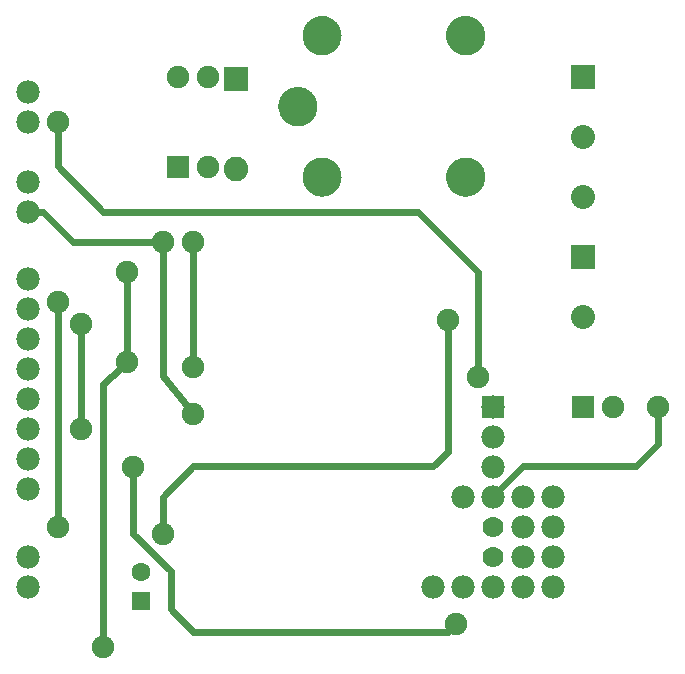
<source format=gtl>
G04 MADE WITH FRITZING*
G04 WWW.FRITZING.ORG*
G04 DOUBLE SIDED*
G04 HOLES PLATED*
G04 CONTOUR ON CENTER OF CONTOUR VECTOR*
%ASAXBY*%
%FSLAX23Y23*%
%MOIN*%
%OFA0B0*%
%SFA1.0B1.0*%
%ADD10C,0.070000*%
%ADD11C,0.129921*%
%ADD12C,0.082000*%
%ADD13C,0.062992*%
%ADD14C,0.080000*%
%ADD15C,0.075433*%
%ADD16C,0.075000*%
%ADD17C,0.078000*%
%ADD18R,0.082000X0.082000*%
%ADD19R,0.062992X0.062992*%
%ADD20R,0.080000X0.080000*%
%ADD21R,0.079986X0.080000*%
%ADD22R,0.075000X0.075000*%
%ADD23R,0.078000X0.078000*%
%ADD24C,0.024000*%
%ADD25R,0.001000X0.001000*%
%LNCOPPER1*%
G90*
G70*
G54D10*
X1732Y533D03*
X1732Y433D03*
G54D11*
X1082Y1933D03*
X1163Y2170D03*
X1641Y2170D03*
X1163Y1697D03*
X1641Y1697D03*
X1082Y1933D03*
X1163Y2170D03*
X1641Y2170D03*
X1163Y1697D03*
X1641Y1697D03*
G54D12*
X875Y2024D03*
X875Y1726D03*
G54D13*
X557Y285D03*
X557Y383D03*
G54D14*
X2032Y1833D03*
X2032Y1633D03*
X2032Y2033D03*
X2032Y1433D03*
X2032Y1233D03*
G54D15*
X357Y1208D03*
X357Y858D03*
X512Y1081D03*
X512Y1382D03*
X733Y909D03*
X632Y1483D03*
X282Y1283D03*
X282Y533D03*
X282Y1883D03*
X432Y133D03*
X1682Y1033D03*
X1581Y1221D03*
X632Y508D03*
X1607Y208D03*
X532Y733D03*
X733Y1066D03*
X732Y1483D03*
G54D16*
X2032Y933D03*
X2132Y933D03*
X2032Y933D03*
X2132Y933D03*
X682Y1733D03*
X682Y2033D03*
X782Y1733D03*
X782Y2033D03*
G54D17*
X182Y1358D03*
X182Y1258D03*
X182Y1158D03*
X182Y1058D03*
X182Y958D03*
X182Y858D03*
X182Y758D03*
X182Y658D03*
X182Y1583D03*
X182Y1583D03*
X182Y1683D03*
X182Y1883D03*
X182Y1983D03*
X182Y333D03*
X182Y433D03*
X1832Y533D03*
X1932Y533D03*
X1832Y533D03*
X1932Y533D03*
X1932Y433D03*
X1832Y433D03*
X1832Y533D03*
X1932Y533D03*
X1832Y533D03*
X1932Y533D03*
X1932Y433D03*
X1832Y433D03*
X1532Y333D03*
X1632Y333D03*
X1732Y333D03*
X1832Y333D03*
X1932Y333D03*
X1732Y933D03*
X1732Y833D03*
X1732Y733D03*
X1732Y933D03*
X1732Y833D03*
X1732Y733D03*
X1632Y633D03*
X1732Y633D03*
X1832Y633D03*
X1932Y633D03*
X1632Y633D03*
X1732Y633D03*
X1832Y633D03*
X1932Y633D03*
G54D15*
X2282Y933D03*
G54D18*
X875Y2025D03*
G54D19*
X557Y285D03*
G54D20*
X2032Y2033D03*
G54D21*
X2032Y1433D03*
G54D22*
X2032Y933D03*
X2032Y933D03*
X682Y1733D03*
G54D23*
X1732Y933D03*
X1732Y933D03*
G54D24*
X1531Y734D02*
X733Y734D01*
D02*
X632Y633D02*
X632Y537D01*
D02*
X1582Y783D02*
X1531Y734D01*
D02*
X733Y734D02*
X632Y633D01*
D02*
X1581Y1193D02*
X1582Y783D01*
D02*
X1683Y1383D02*
X1682Y1062D01*
D02*
X1482Y1583D02*
X1683Y1383D01*
D02*
X632Y1034D02*
X715Y932D01*
D02*
X432Y1009D02*
X432Y162D01*
D02*
X491Y1061D02*
X432Y1009D01*
D02*
X431Y1583D02*
X1482Y1583D01*
D02*
X282Y1734D02*
X431Y1583D01*
D02*
X282Y1855D02*
X282Y1734D01*
D02*
X632Y1455D02*
X632Y1034D01*
D02*
X231Y1583D02*
X212Y1583D01*
D02*
X331Y1483D02*
X231Y1583D01*
D02*
X603Y1483D02*
X331Y1483D01*
D02*
X512Y1353D02*
X512Y1109D01*
D02*
X357Y887D02*
X357Y1180D01*
D02*
X657Y258D02*
X657Y384D01*
D02*
X657Y384D02*
X532Y508D01*
D02*
X732Y183D02*
X657Y258D01*
D02*
X732Y1455D02*
X733Y1095D01*
D02*
X282Y562D02*
X282Y1255D01*
D02*
X532Y508D02*
X532Y705D01*
D02*
X1582Y183D02*
X732Y183D01*
D02*
X1587Y188D02*
X1582Y183D01*
D02*
X2207Y734D02*
X1832Y734D01*
D02*
X2282Y905D02*
X2283Y808D01*
D02*
X2283Y808D02*
X2207Y734D01*
D02*
X1832Y734D02*
X1753Y655D01*
G54D25*
X1153Y2234D02*
X1171Y2234D01*
X1631Y2234D02*
X1650Y2234D01*
X1148Y2233D02*
X1177Y2233D01*
X1626Y2233D02*
X1655Y2233D01*
X1144Y2232D02*
X1180Y2232D01*
X1622Y2232D02*
X1659Y2232D01*
X1141Y2231D02*
X1183Y2231D01*
X1619Y2231D02*
X1662Y2231D01*
X1138Y2230D02*
X1186Y2230D01*
X1616Y2230D02*
X1665Y2230D01*
X1136Y2229D02*
X1189Y2229D01*
X1614Y2229D02*
X1667Y2229D01*
X1134Y2228D02*
X1191Y2228D01*
X1612Y2228D02*
X1669Y2228D01*
X1132Y2227D02*
X1193Y2227D01*
X1610Y2227D02*
X1671Y2227D01*
X1130Y2226D02*
X1194Y2226D01*
X1608Y2226D02*
X1672Y2226D01*
X1129Y2225D02*
X1196Y2225D01*
X1607Y2225D02*
X1674Y2225D01*
X1127Y2224D02*
X1197Y2224D01*
X1605Y2224D02*
X1676Y2224D01*
X1125Y2223D02*
X1199Y2223D01*
X1604Y2223D02*
X1677Y2223D01*
X1124Y2222D02*
X1200Y2222D01*
X1602Y2222D02*
X1679Y2222D01*
X1123Y2221D02*
X1202Y2221D01*
X1601Y2221D02*
X1680Y2221D01*
X1121Y2220D02*
X1203Y2220D01*
X1600Y2220D02*
X1681Y2220D01*
X1120Y2219D02*
X1204Y2219D01*
X1599Y2219D02*
X1682Y2219D01*
X1119Y2218D02*
X1205Y2218D01*
X1597Y2218D02*
X1683Y2218D01*
X1118Y2217D02*
X1206Y2217D01*
X1596Y2217D02*
X1685Y2217D01*
X1117Y2216D02*
X1207Y2216D01*
X1595Y2216D02*
X1686Y2216D01*
X1116Y2215D02*
X1208Y2215D01*
X1594Y2215D02*
X1687Y2215D01*
X1115Y2214D02*
X1209Y2214D01*
X1593Y2214D02*
X1688Y2214D01*
X1114Y2213D02*
X1210Y2213D01*
X1593Y2213D02*
X1688Y2213D01*
X1113Y2212D02*
X1211Y2212D01*
X1592Y2212D02*
X1689Y2212D01*
X1112Y2211D02*
X1212Y2211D01*
X1591Y2211D02*
X1690Y2211D01*
X1112Y2210D02*
X1213Y2210D01*
X1590Y2210D02*
X1691Y2210D01*
X1111Y2209D02*
X1213Y2209D01*
X1589Y2209D02*
X1692Y2209D01*
X1110Y2208D02*
X1214Y2208D01*
X1589Y2208D02*
X1692Y2208D01*
X1110Y2207D02*
X1215Y2207D01*
X1588Y2207D02*
X1693Y2207D01*
X1109Y2206D02*
X1216Y2206D01*
X1587Y2206D02*
X1694Y2206D01*
X1108Y2205D02*
X1216Y2205D01*
X1586Y2205D02*
X1694Y2205D01*
X1108Y2204D02*
X1217Y2204D01*
X1586Y2204D02*
X1695Y2204D01*
X1107Y2203D02*
X1217Y2203D01*
X1585Y2203D02*
X1696Y2203D01*
X1106Y2202D02*
X1218Y2202D01*
X1585Y2202D02*
X1696Y2202D01*
X1106Y2201D02*
X1219Y2201D01*
X1584Y2201D02*
X1697Y2201D01*
X1105Y2200D02*
X1219Y2200D01*
X1584Y2200D02*
X1697Y2200D01*
X1105Y2199D02*
X1220Y2199D01*
X1583Y2199D02*
X1698Y2199D01*
X1104Y2198D02*
X1220Y2198D01*
X1583Y2198D02*
X1698Y2198D01*
X1104Y2197D02*
X1221Y2197D01*
X1582Y2197D02*
X1699Y2197D01*
X1103Y2196D02*
X1221Y2196D01*
X1582Y2196D02*
X1699Y2196D01*
X1103Y2195D02*
X1156Y2195D01*
X1168Y2195D02*
X1222Y2195D01*
X1581Y2195D02*
X1634Y2195D01*
X1647Y2195D02*
X1700Y2195D01*
X1102Y2194D02*
X1153Y2194D01*
X1171Y2194D02*
X1222Y2194D01*
X1581Y2194D02*
X1631Y2194D01*
X1650Y2194D02*
X1700Y2194D01*
X1102Y2193D02*
X1151Y2193D01*
X1174Y2193D02*
X1222Y2193D01*
X1580Y2193D02*
X1629Y2193D01*
X1652Y2193D02*
X1701Y2193D01*
X1102Y2192D02*
X1149Y2192D01*
X1176Y2192D02*
X1223Y2192D01*
X1580Y2192D02*
X1627Y2192D01*
X1654Y2192D02*
X1701Y2192D01*
X1101Y2191D02*
X1147Y2191D01*
X1177Y2191D02*
X1223Y2191D01*
X1580Y2191D02*
X1625Y2191D01*
X1656Y2191D02*
X1701Y2191D01*
X1101Y2190D02*
X1146Y2190D01*
X1178Y2190D02*
X1223Y2190D01*
X1579Y2190D02*
X1624Y2190D01*
X1657Y2190D02*
X1702Y2190D01*
X1101Y2189D02*
X1145Y2189D01*
X1180Y2189D02*
X1224Y2189D01*
X1579Y2189D02*
X1623Y2189D01*
X1658Y2189D02*
X1702Y2189D01*
X1100Y2188D02*
X1144Y2188D01*
X1181Y2188D02*
X1224Y2188D01*
X1579Y2188D02*
X1622Y2188D01*
X1659Y2188D02*
X1702Y2188D01*
X1100Y2187D02*
X1143Y2187D01*
X1182Y2187D02*
X1224Y2187D01*
X1578Y2187D02*
X1621Y2187D01*
X1660Y2187D02*
X1702Y2187D01*
X1100Y2186D02*
X1142Y2186D01*
X1183Y2186D02*
X1224Y2186D01*
X1578Y2186D02*
X1620Y2186D01*
X1661Y2186D02*
X1703Y2186D01*
X1100Y2185D02*
X1141Y2185D01*
X1183Y2185D02*
X1225Y2185D01*
X1578Y2185D02*
X1619Y2185D01*
X1662Y2185D02*
X1703Y2185D01*
X1099Y2184D02*
X1140Y2184D01*
X1184Y2184D02*
X1225Y2184D01*
X1578Y2184D02*
X1619Y2184D01*
X1662Y2184D02*
X1703Y2184D01*
X1099Y2183D02*
X1140Y2183D01*
X1185Y2183D02*
X1225Y2183D01*
X1577Y2183D02*
X1618Y2183D01*
X1663Y2183D02*
X1703Y2183D01*
X1099Y2182D02*
X1139Y2182D01*
X1185Y2182D02*
X1225Y2182D01*
X1577Y2182D02*
X1617Y2182D01*
X1663Y2182D02*
X1704Y2182D01*
X1099Y2181D02*
X1139Y2181D01*
X1186Y2181D02*
X1226Y2181D01*
X1577Y2181D02*
X1617Y2181D01*
X1664Y2181D02*
X1704Y2181D01*
X1099Y2180D02*
X1138Y2180D01*
X1186Y2180D02*
X1226Y2180D01*
X1577Y2180D02*
X1616Y2180D01*
X1664Y2180D02*
X1704Y2180D01*
X1099Y2179D02*
X1138Y2179D01*
X1187Y2179D02*
X1226Y2179D01*
X1577Y2179D02*
X1616Y2179D01*
X1665Y2179D02*
X1704Y2179D01*
X1098Y2178D02*
X1137Y2178D01*
X1187Y2178D02*
X1226Y2178D01*
X1577Y2178D02*
X1616Y2178D01*
X1665Y2178D02*
X1704Y2178D01*
X1098Y2177D02*
X1137Y2177D01*
X1187Y2177D02*
X1226Y2177D01*
X1577Y2177D02*
X1615Y2177D01*
X1666Y2177D02*
X1704Y2177D01*
X1098Y2176D02*
X1137Y2176D01*
X1188Y2176D02*
X1226Y2176D01*
X1576Y2176D02*
X1615Y2176D01*
X1666Y2176D02*
X1705Y2176D01*
X1098Y2175D02*
X1136Y2175D01*
X1188Y2175D02*
X1226Y2175D01*
X1576Y2175D02*
X1615Y2175D01*
X1666Y2175D02*
X1705Y2175D01*
X1098Y2174D02*
X1136Y2174D01*
X1188Y2174D02*
X1226Y2174D01*
X1576Y2174D02*
X1615Y2174D01*
X1666Y2174D02*
X1705Y2174D01*
X1098Y2173D02*
X1136Y2173D01*
X1188Y2173D02*
X1226Y2173D01*
X1576Y2173D02*
X1615Y2173D01*
X1666Y2173D02*
X1705Y2173D01*
X1098Y2172D02*
X1136Y2172D01*
X1188Y2172D02*
X1226Y2172D01*
X1576Y2172D02*
X1614Y2172D01*
X1667Y2172D02*
X1705Y2172D01*
X1098Y2171D02*
X1136Y2171D01*
X1188Y2171D02*
X1227Y2171D01*
X1576Y2171D02*
X1614Y2171D01*
X1667Y2171D02*
X1705Y2171D01*
X1098Y2170D02*
X1136Y2170D01*
X1188Y2170D02*
X1227Y2170D01*
X1576Y2170D02*
X1614Y2170D01*
X1667Y2170D02*
X1705Y2170D01*
X1098Y2169D02*
X1136Y2169D01*
X1188Y2169D02*
X1227Y2169D01*
X1576Y2169D02*
X1614Y2169D01*
X1667Y2169D02*
X1705Y2169D01*
X1098Y2168D02*
X1136Y2168D01*
X1188Y2168D02*
X1227Y2168D01*
X1576Y2168D02*
X1614Y2168D01*
X1667Y2168D02*
X1705Y2168D01*
X1098Y2167D02*
X1136Y2167D01*
X1188Y2167D02*
X1226Y2167D01*
X1576Y2167D02*
X1614Y2167D01*
X1666Y2167D02*
X1705Y2167D01*
X1098Y2166D02*
X1136Y2166D01*
X1188Y2166D02*
X1226Y2166D01*
X1576Y2166D02*
X1615Y2166D01*
X1666Y2166D02*
X1705Y2166D01*
X1098Y2165D02*
X1136Y2165D01*
X1188Y2165D02*
X1226Y2165D01*
X1576Y2165D02*
X1615Y2165D01*
X1666Y2165D02*
X1705Y2165D01*
X1098Y2164D02*
X1137Y2164D01*
X1188Y2164D02*
X1226Y2164D01*
X1576Y2164D02*
X1615Y2164D01*
X1666Y2164D02*
X1705Y2164D01*
X1098Y2163D02*
X1137Y2163D01*
X1187Y2163D02*
X1226Y2163D01*
X1576Y2163D02*
X1615Y2163D01*
X1666Y2163D02*
X1704Y2163D01*
X1098Y2162D02*
X1137Y2162D01*
X1187Y2162D02*
X1226Y2162D01*
X1577Y2162D02*
X1616Y2162D01*
X1665Y2162D02*
X1704Y2162D01*
X1098Y2161D02*
X1138Y2161D01*
X1187Y2161D02*
X1226Y2161D01*
X1577Y2161D02*
X1616Y2161D01*
X1665Y2161D02*
X1704Y2161D01*
X1099Y2160D02*
X1138Y2160D01*
X1186Y2160D02*
X1226Y2160D01*
X1577Y2160D02*
X1616Y2160D01*
X1665Y2160D02*
X1704Y2160D01*
X1099Y2159D02*
X1139Y2159D01*
X1186Y2159D02*
X1226Y2159D01*
X1577Y2159D02*
X1617Y2159D01*
X1664Y2159D02*
X1704Y2159D01*
X1099Y2158D02*
X1139Y2158D01*
X1185Y2158D02*
X1225Y2158D01*
X1577Y2158D02*
X1617Y2158D01*
X1664Y2158D02*
X1704Y2158D01*
X1099Y2157D02*
X1140Y2157D01*
X1185Y2157D02*
X1225Y2157D01*
X1577Y2157D02*
X1618Y2157D01*
X1663Y2157D02*
X1704Y2157D01*
X1099Y2156D02*
X1140Y2156D01*
X1184Y2156D02*
X1225Y2156D01*
X1578Y2156D02*
X1618Y2156D01*
X1663Y2156D02*
X1703Y2156D01*
X1100Y2155D02*
X1141Y2155D01*
X1183Y2155D02*
X1225Y2155D01*
X1578Y2155D02*
X1619Y2155D01*
X1662Y2155D02*
X1703Y2155D01*
X1100Y2154D02*
X1142Y2154D01*
X1183Y2154D02*
X1224Y2154D01*
X1578Y2154D02*
X1620Y2154D01*
X1661Y2154D02*
X1703Y2154D01*
X1100Y2153D02*
X1143Y2153D01*
X1182Y2153D02*
X1224Y2153D01*
X1578Y2153D02*
X1621Y2153D01*
X1660Y2153D02*
X1703Y2153D01*
X1100Y2152D02*
X1143Y2152D01*
X1181Y2152D02*
X1224Y2152D01*
X1579Y2152D02*
X1622Y2152D01*
X1659Y2152D02*
X1702Y2152D01*
X1101Y2151D02*
X1145Y2151D01*
X1180Y2151D02*
X1224Y2151D01*
X1579Y2151D02*
X1623Y2151D01*
X1658Y2151D02*
X1702Y2151D01*
X1101Y2150D02*
X1146Y2150D01*
X1179Y2150D02*
X1223Y2150D01*
X1579Y2150D02*
X1624Y2150D01*
X1657Y2150D02*
X1702Y2150D01*
X1101Y2149D02*
X1147Y2149D01*
X1177Y2149D02*
X1223Y2149D01*
X1580Y2149D02*
X1625Y2149D01*
X1656Y2149D02*
X1701Y2149D01*
X1102Y2148D02*
X1148Y2148D01*
X1176Y2148D02*
X1223Y2148D01*
X1580Y2148D02*
X1627Y2148D01*
X1654Y2148D02*
X1701Y2148D01*
X1102Y2147D02*
X1150Y2147D01*
X1174Y2147D02*
X1222Y2147D01*
X1580Y2147D02*
X1629Y2147D01*
X1652Y2147D02*
X1701Y2147D01*
X1102Y2146D02*
X1153Y2146D01*
X1172Y2146D02*
X1222Y2146D01*
X1581Y2146D02*
X1631Y2146D01*
X1650Y2146D02*
X1700Y2146D01*
X1103Y2145D02*
X1156Y2145D01*
X1169Y2145D02*
X1222Y2145D01*
X1581Y2145D02*
X1634Y2145D01*
X1647Y2145D02*
X1700Y2145D01*
X1103Y2144D02*
X1221Y2144D01*
X1581Y2144D02*
X1700Y2144D01*
X1104Y2143D02*
X1221Y2143D01*
X1582Y2143D02*
X1699Y2143D01*
X1104Y2142D02*
X1220Y2142D01*
X1582Y2142D02*
X1699Y2142D01*
X1105Y2141D02*
X1220Y2141D01*
X1583Y2141D02*
X1698Y2141D01*
X1105Y2140D02*
X1219Y2140D01*
X1583Y2140D02*
X1698Y2140D01*
X1106Y2139D02*
X1219Y2139D01*
X1584Y2139D02*
X1697Y2139D01*
X1106Y2138D02*
X1218Y2138D01*
X1585Y2138D02*
X1696Y2138D01*
X1107Y2137D02*
X1218Y2137D01*
X1585Y2137D02*
X1696Y2137D01*
X1107Y2136D02*
X1217Y2136D01*
X1586Y2136D02*
X1695Y2136D01*
X1108Y2135D02*
X1216Y2135D01*
X1586Y2135D02*
X1695Y2135D01*
X1109Y2134D02*
X1216Y2134D01*
X1587Y2134D02*
X1694Y2134D01*
X1109Y2133D02*
X1215Y2133D01*
X1588Y2133D02*
X1693Y2133D01*
X1110Y2132D02*
X1214Y2132D01*
X1588Y2132D02*
X1693Y2132D01*
X1111Y2131D02*
X1213Y2131D01*
X1589Y2131D02*
X1692Y2131D01*
X1112Y2130D02*
X1213Y2130D01*
X1590Y2130D02*
X1691Y2130D01*
X1112Y2129D02*
X1212Y2129D01*
X1591Y2129D02*
X1690Y2129D01*
X1113Y2128D02*
X1211Y2128D01*
X1591Y2128D02*
X1689Y2128D01*
X1114Y2127D02*
X1210Y2127D01*
X1592Y2127D02*
X1689Y2127D01*
X1115Y2126D02*
X1209Y2126D01*
X1593Y2126D02*
X1688Y2126D01*
X1116Y2125D02*
X1209Y2125D01*
X1594Y2125D02*
X1687Y2125D01*
X1117Y2124D02*
X1208Y2124D01*
X1595Y2124D02*
X1686Y2124D01*
X1118Y2123D02*
X1206Y2123D01*
X1596Y2123D02*
X1685Y2123D01*
X1119Y2122D02*
X1205Y2122D01*
X1597Y2122D02*
X1684Y2122D01*
X1120Y2121D02*
X1204Y2121D01*
X1598Y2121D02*
X1683Y2121D01*
X1121Y2120D02*
X1203Y2120D01*
X1600Y2120D02*
X1681Y2120D01*
X1123Y2119D02*
X1202Y2119D01*
X1601Y2119D02*
X1680Y2119D01*
X1124Y2118D02*
X1200Y2118D01*
X1602Y2118D02*
X1679Y2118D01*
X1125Y2117D02*
X1199Y2117D01*
X1604Y2117D02*
X1677Y2117D01*
X1127Y2116D02*
X1198Y2116D01*
X1605Y2116D02*
X1676Y2116D01*
X1128Y2115D02*
X1196Y2115D01*
X1607Y2115D02*
X1674Y2115D01*
X1130Y2114D02*
X1194Y2114D01*
X1608Y2114D02*
X1673Y2114D01*
X1132Y2113D02*
X1193Y2113D01*
X1610Y2113D02*
X1671Y2113D01*
X1134Y2112D02*
X1191Y2112D01*
X1612Y2112D02*
X1669Y2112D01*
X1136Y2111D02*
X1189Y2111D01*
X1614Y2111D02*
X1667Y2111D01*
X1138Y2110D02*
X1187Y2110D01*
X1616Y2110D02*
X1665Y2110D01*
X1140Y2109D02*
X1184Y2109D01*
X1619Y2109D02*
X1662Y2109D01*
X1143Y2108D02*
X1181Y2108D01*
X1622Y2108D02*
X1659Y2108D01*
X1147Y2107D02*
X1177Y2107D01*
X1626Y2107D02*
X1655Y2107D01*
X1152Y2106D02*
X1172Y2106D01*
X1630Y2106D02*
X1651Y2106D01*
X1162Y2105D02*
X1162Y2105D01*
X1074Y1998D02*
X1089Y1998D01*
X1068Y1997D02*
X1095Y1997D01*
X1064Y1996D02*
X1099Y1996D01*
X1061Y1995D02*
X1102Y1995D01*
X1058Y1994D02*
X1105Y1994D01*
X1056Y1993D02*
X1107Y1993D01*
X1053Y1992D02*
X1109Y1992D01*
X1051Y1991D02*
X1111Y1991D01*
X1050Y1990D02*
X1113Y1990D01*
X1048Y1989D02*
X1115Y1989D01*
X1046Y1988D02*
X1116Y1988D01*
X1045Y1987D02*
X1118Y1987D01*
X1044Y1986D02*
X1119Y1986D01*
X1042Y1985D02*
X1121Y1985D01*
X1041Y1984D02*
X1122Y1984D01*
X1040Y1983D02*
X1123Y1983D01*
X1039Y1982D02*
X1124Y1982D01*
X1038Y1981D02*
X1125Y1981D01*
X1036Y1980D02*
X1127Y1980D01*
X1035Y1979D02*
X1127Y1979D01*
X1035Y1978D02*
X1128Y1978D01*
X1034Y1977D02*
X1129Y1977D01*
X1033Y1976D02*
X1130Y1976D01*
X1032Y1975D02*
X1131Y1975D01*
X1031Y1974D02*
X1132Y1974D01*
X1030Y1973D02*
X1133Y1973D01*
X1030Y1972D02*
X1133Y1972D01*
X1029Y1971D02*
X1134Y1971D01*
X1028Y1970D02*
X1135Y1970D01*
X1028Y1969D02*
X1135Y1969D01*
X1027Y1968D02*
X1136Y1968D01*
X1026Y1967D02*
X1137Y1967D01*
X1026Y1966D02*
X1137Y1966D01*
X1025Y1965D02*
X1138Y1965D01*
X1025Y1964D02*
X1138Y1964D01*
X1024Y1963D02*
X1139Y1963D01*
X1024Y1962D02*
X1139Y1962D01*
X1023Y1961D02*
X1140Y1961D01*
X1023Y1960D02*
X1140Y1960D01*
X1022Y1959D02*
X1076Y1959D01*
X1087Y1959D02*
X1141Y1959D01*
X1022Y1958D02*
X1073Y1958D01*
X1090Y1958D02*
X1141Y1958D01*
X1021Y1957D02*
X1070Y1957D01*
X1093Y1957D02*
X1142Y1957D01*
X1021Y1956D02*
X1068Y1956D01*
X1095Y1956D02*
X1142Y1956D01*
X1021Y1955D02*
X1067Y1955D01*
X1096Y1955D02*
X1142Y1955D01*
X1020Y1954D02*
X1065Y1954D01*
X1098Y1954D02*
X1143Y1954D01*
X1020Y1953D02*
X1064Y1953D01*
X1099Y1953D02*
X1143Y1953D01*
X1020Y1952D02*
X1063Y1952D01*
X1100Y1952D02*
X1143Y1952D01*
X1020Y1951D02*
X1062Y1951D01*
X1101Y1951D02*
X1143Y1951D01*
X1019Y1950D02*
X1061Y1950D01*
X1102Y1950D02*
X1144Y1950D01*
X1019Y1949D02*
X1060Y1949D01*
X1102Y1949D02*
X1144Y1949D01*
X1019Y1948D02*
X1060Y1948D01*
X1103Y1948D02*
X1144Y1948D01*
X1018Y1947D02*
X1059Y1947D01*
X1104Y1947D02*
X1144Y1947D01*
X1018Y1946D02*
X1059Y1946D01*
X1104Y1946D02*
X1145Y1946D01*
X1018Y1945D02*
X1058Y1945D01*
X1105Y1945D02*
X1145Y1945D01*
X1018Y1944D02*
X1058Y1944D01*
X1105Y1944D02*
X1145Y1944D01*
X1018Y1943D02*
X1057Y1943D01*
X1106Y1943D02*
X1145Y1943D01*
X1018Y1942D02*
X1057Y1942D01*
X1106Y1942D02*
X1145Y1942D01*
X1018Y1941D02*
X1056Y1941D01*
X1107Y1941D02*
X1145Y1941D01*
X1017Y1940D02*
X1056Y1940D01*
X1107Y1940D02*
X1146Y1940D01*
X1017Y1939D02*
X1056Y1939D01*
X1107Y1939D02*
X1146Y1939D01*
X1017Y1938D02*
X1056Y1938D01*
X1107Y1938D02*
X1146Y1938D01*
X1017Y1937D02*
X1056Y1937D01*
X1107Y1937D02*
X1146Y1937D01*
X1017Y1936D02*
X1055Y1936D01*
X1107Y1936D02*
X1146Y1936D01*
X1017Y1935D02*
X1055Y1935D01*
X1108Y1935D02*
X1146Y1935D01*
X1017Y1934D02*
X1055Y1934D01*
X1108Y1934D02*
X1146Y1934D01*
X1017Y1933D02*
X1055Y1933D01*
X1108Y1933D02*
X1146Y1933D01*
X1017Y1932D02*
X1055Y1932D01*
X1108Y1932D02*
X1146Y1932D01*
X1017Y1931D02*
X1055Y1931D01*
X1107Y1931D02*
X1146Y1931D01*
X1017Y1930D02*
X1056Y1930D01*
X1107Y1930D02*
X1146Y1930D01*
X1017Y1929D02*
X1056Y1929D01*
X1107Y1929D02*
X1146Y1929D01*
X1017Y1928D02*
X1056Y1928D01*
X1107Y1928D02*
X1146Y1928D01*
X1017Y1927D02*
X1056Y1927D01*
X1107Y1927D02*
X1146Y1927D01*
X1018Y1926D02*
X1057Y1926D01*
X1106Y1926D02*
X1145Y1926D01*
X1018Y1925D02*
X1057Y1925D01*
X1106Y1925D02*
X1145Y1925D01*
X1018Y1924D02*
X1057Y1924D01*
X1106Y1924D02*
X1145Y1924D01*
X1018Y1923D02*
X1058Y1923D01*
X1105Y1923D02*
X1145Y1923D01*
X1018Y1922D02*
X1058Y1922D01*
X1105Y1922D02*
X1145Y1922D01*
X1018Y1921D02*
X1059Y1921D01*
X1104Y1921D02*
X1145Y1921D01*
X1019Y1920D02*
X1059Y1920D01*
X1104Y1920D02*
X1144Y1920D01*
X1019Y1919D02*
X1060Y1919D01*
X1103Y1919D02*
X1144Y1919D01*
X1019Y1918D02*
X1061Y1918D01*
X1102Y1918D02*
X1144Y1918D01*
X1019Y1917D02*
X1062Y1917D01*
X1101Y1917D02*
X1144Y1917D01*
X1020Y1916D02*
X1063Y1916D01*
X1100Y1916D02*
X1143Y1916D01*
X1020Y1915D02*
X1064Y1915D01*
X1099Y1915D02*
X1143Y1915D01*
X1020Y1914D02*
X1065Y1914D01*
X1098Y1914D02*
X1143Y1914D01*
X1021Y1913D02*
X1066Y1913D01*
X1097Y1913D02*
X1142Y1913D01*
X1021Y1912D02*
X1067Y1912D01*
X1095Y1912D02*
X1142Y1912D01*
X1021Y1911D02*
X1069Y1911D01*
X1094Y1911D02*
X1142Y1911D01*
X1022Y1910D02*
X1071Y1910D01*
X1092Y1910D02*
X1141Y1910D01*
X1022Y1909D02*
X1074Y1909D01*
X1089Y1909D02*
X1141Y1909D01*
X1022Y1908D02*
X1141Y1908D01*
X1023Y1907D02*
X1140Y1907D01*
X1023Y1906D02*
X1140Y1906D01*
X1024Y1905D02*
X1139Y1905D01*
X1024Y1904D02*
X1139Y1904D01*
X1025Y1903D02*
X1138Y1903D01*
X1025Y1902D02*
X1138Y1902D01*
X1026Y1901D02*
X1137Y1901D01*
X1027Y1900D02*
X1136Y1900D01*
X1027Y1899D02*
X1136Y1899D01*
X1028Y1898D02*
X1135Y1898D01*
X1029Y1897D02*
X1134Y1897D01*
X1029Y1896D02*
X1134Y1896D01*
X1030Y1895D02*
X1133Y1895D01*
X1031Y1894D02*
X1132Y1894D01*
X1032Y1893D02*
X1131Y1893D01*
X1032Y1892D02*
X1131Y1892D01*
X1033Y1891D02*
X1130Y1891D01*
X1034Y1890D02*
X1129Y1890D01*
X1035Y1889D02*
X1128Y1889D01*
X1036Y1888D02*
X1127Y1888D01*
X1037Y1887D02*
X1126Y1887D01*
X1038Y1886D02*
X1125Y1886D01*
X1039Y1885D02*
X1124Y1885D01*
X1040Y1884D02*
X1123Y1884D01*
X1042Y1883D02*
X1121Y1883D01*
X1043Y1882D02*
X1120Y1882D01*
X1044Y1881D02*
X1119Y1881D01*
X1046Y1880D02*
X1117Y1880D01*
X1047Y1879D02*
X1116Y1879D01*
X1049Y1878D02*
X1114Y1878D01*
X1051Y1877D02*
X1112Y1877D01*
X1052Y1876D02*
X1111Y1876D01*
X1054Y1875D02*
X1108Y1875D01*
X1057Y1874D02*
X1106Y1874D01*
X1059Y1873D02*
X1104Y1873D01*
X1062Y1872D02*
X1101Y1872D01*
X1066Y1871D02*
X1097Y1871D01*
X1070Y1870D02*
X1093Y1870D01*
X1078Y1869D02*
X1085Y1869D01*
X1155Y1762D02*
X1169Y1762D01*
X1634Y1762D02*
X1647Y1762D01*
X1149Y1761D02*
X1175Y1761D01*
X1628Y1761D02*
X1653Y1761D01*
X1145Y1760D02*
X1179Y1760D01*
X1624Y1760D02*
X1657Y1760D01*
X1142Y1759D02*
X1182Y1759D01*
X1620Y1759D02*
X1661Y1759D01*
X1139Y1758D02*
X1185Y1758D01*
X1617Y1758D02*
X1664Y1758D01*
X1137Y1757D02*
X1188Y1757D01*
X1615Y1757D02*
X1666Y1757D01*
X1135Y1756D02*
X1190Y1756D01*
X1613Y1756D02*
X1668Y1756D01*
X1133Y1755D02*
X1192Y1755D01*
X1611Y1755D02*
X1670Y1755D01*
X1131Y1754D02*
X1194Y1754D01*
X1609Y1754D02*
X1672Y1754D01*
X1129Y1753D02*
X1195Y1753D01*
X1607Y1753D02*
X1674Y1753D01*
X1127Y1752D02*
X1197Y1752D01*
X1606Y1752D02*
X1675Y1752D01*
X1126Y1751D02*
X1198Y1751D01*
X1604Y1751D02*
X1677Y1751D01*
X1125Y1750D02*
X1200Y1750D01*
X1603Y1750D02*
X1678Y1750D01*
X1123Y1749D02*
X1201Y1749D01*
X1602Y1749D02*
X1679Y1749D01*
X1122Y1748D02*
X1202Y1748D01*
X1600Y1748D02*
X1681Y1748D01*
X1121Y1747D02*
X1204Y1747D01*
X1599Y1747D02*
X1682Y1747D01*
X1120Y1746D02*
X1205Y1746D01*
X1598Y1746D02*
X1683Y1746D01*
X1118Y1745D02*
X1206Y1745D01*
X1597Y1745D02*
X1684Y1745D01*
X1117Y1744D02*
X1207Y1744D01*
X1596Y1744D02*
X1685Y1744D01*
X1116Y1743D02*
X1208Y1743D01*
X1595Y1743D02*
X1686Y1743D01*
X1115Y1742D02*
X1209Y1742D01*
X1594Y1742D02*
X1687Y1742D01*
X1115Y1741D02*
X1210Y1741D01*
X1593Y1741D02*
X1688Y1741D01*
X1114Y1740D02*
X1211Y1740D01*
X1592Y1740D02*
X1689Y1740D01*
X1113Y1739D02*
X1212Y1739D01*
X1591Y1739D02*
X1690Y1739D01*
X1112Y1738D02*
X1212Y1738D01*
X1590Y1738D02*
X1691Y1738D01*
X1111Y1737D02*
X1213Y1737D01*
X1590Y1737D02*
X1691Y1737D01*
X1111Y1736D02*
X1214Y1736D01*
X1589Y1736D02*
X1692Y1736D01*
X1110Y1735D02*
X1215Y1735D01*
X1588Y1735D02*
X1693Y1735D01*
X1109Y1734D02*
X1215Y1734D01*
X1587Y1734D02*
X1694Y1734D01*
X1108Y1733D02*
X1216Y1733D01*
X1587Y1733D02*
X1694Y1733D01*
X1108Y1732D02*
X1217Y1732D01*
X1586Y1732D02*
X1695Y1732D01*
X1107Y1731D02*
X1217Y1731D01*
X1585Y1731D02*
X1695Y1731D01*
X1107Y1730D02*
X1218Y1730D01*
X1585Y1730D02*
X1696Y1730D01*
X1106Y1729D02*
X1218Y1729D01*
X1584Y1729D02*
X1697Y1729D01*
X1105Y1728D02*
X1219Y1728D01*
X1584Y1728D02*
X1697Y1728D01*
X1105Y1727D02*
X1219Y1727D01*
X1583Y1727D02*
X1698Y1727D01*
X1104Y1726D02*
X1220Y1726D01*
X1583Y1726D02*
X1698Y1726D01*
X1104Y1725D02*
X1220Y1725D01*
X1582Y1725D02*
X1699Y1725D01*
X1103Y1724D02*
X1221Y1724D01*
X1582Y1724D02*
X1699Y1724D01*
X1103Y1723D02*
X1158Y1723D01*
X1166Y1723D02*
X1221Y1723D01*
X1581Y1723D02*
X1637Y1723D01*
X1644Y1723D02*
X1700Y1723D01*
X1103Y1722D02*
X1154Y1722D01*
X1170Y1722D02*
X1222Y1722D01*
X1581Y1722D02*
X1632Y1722D01*
X1649Y1722D02*
X1700Y1722D01*
X1102Y1721D02*
X1151Y1721D01*
X1173Y1721D02*
X1222Y1721D01*
X1580Y1721D02*
X1630Y1721D01*
X1651Y1721D02*
X1700Y1721D01*
X1102Y1720D02*
X1150Y1720D01*
X1175Y1720D02*
X1223Y1720D01*
X1580Y1720D02*
X1628Y1720D01*
X1653Y1720D02*
X1701Y1720D01*
X1101Y1719D02*
X1148Y1719D01*
X1177Y1719D02*
X1223Y1719D01*
X1580Y1719D02*
X1626Y1719D01*
X1655Y1719D02*
X1701Y1719D01*
X1101Y1718D02*
X1146Y1718D01*
X1178Y1718D02*
X1223Y1718D01*
X1579Y1718D02*
X1625Y1718D01*
X1656Y1718D02*
X1702Y1718D01*
X1101Y1717D02*
X1145Y1717D01*
X1179Y1717D02*
X1224Y1717D01*
X1579Y1717D02*
X1623Y1717D01*
X1658Y1717D02*
X1702Y1717D01*
X1101Y1716D02*
X1144Y1716D01*
X1180Y1716D02*
X1224Y1716D01*
X1579Y1716D02*
X1622Y1716D01*
X1659Y1716D02*
X1702Y1716D01*
X1100Y1715D02*
X1143Y1715D01*
X1181Y1715D02*
X1224Y1715D01*
X1579Y1715D02*
X1621Y1715D01*
X1660Y1715D02*
X1702Y1715D01*
X1100Y1714D02*
X1142Y1714D01*
X1182Y1714D02*
X1224Y1714D01*
X1578Y1714D02*
X1620Y1714D01*
X1660Y1714D02*
X1703Y1714D01*
X1100Y1713D02*
X1141Y1713D01*
X1183Y1713D02*
X1225Y1713D01*
X1578Y1713D02*
X1620Y1713D01*
X1661Y1713D02*
X1703Y1713D01*
X1099Y1712D02*
X1140Y1712D01*
X1184Y1712D02*
X1225Y1712D01*
X1578Y1712D02*
X1619Y1712D01*
X1662Y1712D02*
X1703Y1712D01*
X1099Y1711D02*
X1140Y1711D01*
X1184Y1711D02*
X1225Y1711D01*
X1578Y1711D02*
X1618Y1711D01*
X1663Y1711D02*
X1703Y1711D01*
X1099Y1710D02*
X1139Y1710D01*
X1185Y1710D02*
X1225Y1710D01*
X1577Y1710D02*
X1618Y1710D01*
X1663Y1710D02*
X1704Y1710D01*
X1099Y1709D02*
X1139Y1709D01*
X1185Y1709D02*
X1225Y1709D01*
X1577Y1709D02*
X1617Y1709D01*
X1664Y1709D02*
X1704Y1709D01*
X1099Y1708D02*
X1138Y1708D01*
X1186Y1708D02*
X1226Y1708D01*
X1577Y1708D02*
X1617Y1708D01*
X1664Y1708D02*
X1704Y1708D01*
X1099Y1707D02*
X1138Y1707D01*
X1186Y1707D02*
X1226Y1707D01*
X1577Y1707D02*
X1616Y1707D01*
X1665Y1707D02*
X1704Y1707D01*
X1098Y1706D02*
X1138Y1706D01*
X1187Y1706D02*
X1226Y1706D01*
X1577Y1706D02*
X1616Y1706D01*
X1665Y1706D02*
X1704Y1706D01*
X1098Y1705D02*
X1137Y1705D01*
X1187Y1705D02*
X1226Y1705D01*
X1577Y1705D02*
X1615Y1705D01*
X1666Y1705D02*
X1704Y1705D01*
X1098Y1704D02*
X1137Y1704D01*
X1188Y1704D02*
X1226Y1704D01*
X1576Y1704D02*
X1615Y1704D01*
X1666Y1704D02*
X1705Y1704D01*
X1098Y1703D02*
X1137Y1703D01*
X1188Y1703D02*
X1226Y1703D01*
X1576Y1703D02*
X1615Y1703D01*
X1666Y1703D02*
X1705Y1703D01*
X1098Y1702D02*
X1136Y1702D01*
X1188Y1702D02*
X1226Y1702D01*
X1576Y1702D02*
X1615Y1702D01*
X1666Y1702D02*
X1705Y1702D01*
X1098Y1701D02*
X1136Y1701D01*
X1188Y1701D02*
X1226Y1701D01*
X1576Y1701D02*
X1615Y1701D01*
X1666Y1701D02*
X1705Y1701D01*
X1098Y1700D02*
X1136Y1700D01*
X1188Y1700D02*
X1226Y1700D01*
X1576Y1700D02*
X1614Y1700D01*
X1667Y1700D02*
X1705Y1700D01*
X1098Y1699D02*
X1136Y1699D01*
X1188Y1699D02*
X1227Y1699D01*
X1576Y1699D02*
X1614Y1699D01*
X1667Y1699D02*
X1705Y1699D01*
X1098Y1698D02*
X1136Y1698D01*
X1188Y1698D02*
X1227Y1698D01*
X1576Y1698D02*
X1614Y1698D01*
X1667Y1698D02*
X1705Y1698D01*
X1098Y1697D02*
X1136Y1697D01*
X1188Y1697D02*
X1227Y1697D01*
X1576Y1697D02*
X1614Y1697D01*
X1667Y1697D02*
X1705Y1697D01*
X1098Y1696D02*
X1136Y1696D01*
X1188Y1696D02*
X1227Y1696D01*
X1576Y1696D02*
X1614Y1696D01*
X1667Y1696D02*
X1705Y1696D01*
X1098Y1695D02*
X1136Y1695D01*
X1188Y1695D02*
X1226Y1695D01*
X1576Y1695D02*
X1614Y1695D01*
X1666Y1695D02*
X1705Y1695D01*
X1098Y1694D02*
X1136Y1694D01*
X1188Y1694D02*
X1226Y1694D01*
X1576Y1694D02*
X1615Y1694D01*
X1666Y1694D02*
X1705Y1694D01*
X1098Y1693D02*
X1136Y1693D01*
X1188Y1693D02*
X1226Y1693D01*
X1576Y1693D02*
X1615Y1693D01*
X1666Y1693D02*
X1705Y1693D01*
X1098Y1692D02*
X1137Y1692D01*
X1188Y1692D02*
X1226Y1692D01*
X1576Y1692D02*
X1615Y1692D01*
X1666Y1692D02*
X1705Y1692D01*
X1098Y1691D02*
X1137Y1691D01*
X1187Y1691D02*
X1226Y1691D01*
X1576Y1691D02*
X1615Y1691D01*
X1666Y1691D02*
X1705Y1691D01*
X1098Y1690D02*
X1137Y1690D01*
X1187Y1690D02*
X1226Y1690D01*
X1577Y1690D02*
X1615Y1690D01*
X1665Y1690D02*
X1704Y1690D01*
X1098Y1689D02*
X1138Y1689D01*
X1187Y1689D02*
X1226Y1689D01*
X1577Y1689D02*
X1616Y1689D01*
X1665Y1689D02*
X1704Y1689D01*
X1099Y1688D02*
X1138Y1688D01*
X1186Y1688D02*
X1226Y1688D01*
X1577Y1688D02*
X1616Y1688D01*
X1665Y1688D02*
X1704Y1688D01*
X1099Y1687D02*
X1138Y1687D01*
X1186Y1687D02*
X1226Y1687D01*
X1577Y1687D02*
X1617Y1687D01*
X1664Y1687D02*
X1704Y1687D01*
X1099Y1686D02*
X1139Y1686D01*
X1185Y1686D02*
X1225Y1686D01*
X1577Y1686D02*
X1617Y1686D01*
X1664Y1686D02*
X1704Y1686D01*
X1099Y1685D02*
X1139Y1685D01*
X1185Y1685D02*
X1225Y1685D01*
X1577Y1685D02*
X1618Y1685D01*
X1663Y1685D02*
X1704Y1685D01*
X1099Y1684D02*
X1140Y1684D01*
X1184Y1684D02*
X1225Y1684D01*
X1578Y1684D02*
X1618Y1684D01*
X1663Y1684D02*
X1703Y1684D01*
X1100Y1683D02*
X1141Y1683D01*
X1184Y1683D02*
X1225Y1683D01*
X1578Y1683D02*
X1619Y1683D01*
X1662Y1683D02*
X1703Y1683D01*
X1100Y1682D02*
X1141Y1682D01*
X1183Y1682D02*
X1225Y1682D01*
X1578Y1682D02*
X1620Y1682D01*
X1661Y1682D02*
X1703Y1682D01*
X1100Y1681D02*
X1142Y1681D01*
X1182Y1681D02*
X1224Y1681D01*
X1578Y1681D02*
X1621Y1681D01*
X1660Y1681D02*
X1703Y1681D01*
X1100Y1680D02*
X1143Y1680D01*
X1181Y1680D02*
X1224Y1680D01*
X1579Y1680D02*
X1621Y1680D01*
X1660Y1680D02*
X1702Y1680D01*
X1101Y1679D02*
X1144Y1679D01*
X1180Y1679D02*
X1224Y1679D01*
X1579Y1679D02*
X1622Y1679D01*
X1659Y1679D02*
X1702Y1679D01*
X1101Y1678D02*
X1145Y1678D01*
X1179Y1678D02*
X1224Y1678D01*
X1579Y1678D02*
X1624Y1678D01*
X1657Y1678D02*
X1702Y1678D01*
X1101Y1677D02*
X1146Y1677D01*
X1178Y1677D02*
X1223Y1677D01*
X1579Y1677D02*
X1625Y1677D01*
X1656Y1677D02*
X1702Y1677D01*
X1102Y1676D02*
X1148Y1676D01*
X1177Y1676D02*
X1223Y1676D01*
X1580Y1676D02*
X1626Y1676D01*
X1655Y1676D02*
X1701Y1676D01*
X1102Y1675D02*
X1150Y1675D01*
X1175Y1675D02*
X1222Y1675D01*
X1580Y1675D02*
X1628Y1675D01*
X1653Y1675D02*
X1701Y1675D01*
X1102Y1674D02*
X1152Y1674D01*
X1173Y1674D02*
X1222Y1674D01*
X1581Y1674D02*
X1630Y1674D01*
X1651Y1674D02*
X1700Y1674D01*
X1103Y1673D02*
X1154Y1673D01*
X1170Y1673D02*
X1222Y1673D01*
X1581Y1673D02*
X1633Y1673D01*
X1648Y1673D02*
X1700Y1673D01*
X1103Y1672D02*
X1161Y1672D01*
X1164Y1672D02*
X1221Y1672D01*
X1581Y1672D02*
X1639Y1672D01*
X1642Y1672D02*
X1700Y1672D01*
X1103Y1671D02*
X1221Y1671D01*
X1582Y1671D02*
X1699Y1671D01*
X1104Y1670D02*
X1220Y1670D01*
X1582Y1670D02*
X1699Y1670D01*
X1104Y1669D02*
X1220Y1669D01*
X1583Y1669D02*
X1698Y1669D01*
X1105Y1668D02*
X1219Y1668D01*
X1583Y1668D02*
X1698Y1668D01*
X1105Y1667D02*
X1219Y1667D01*
X1584Y1667D02*
X1697Y1667D01*
X1106Y1666D02*
X1218Y1666D01*
X1584Y1666D02*
X1697Y1666D01*
X1107Y1665D02*
X1218Y1665D01*
X1585Y1665D02*
X1696Y1665D01*
X1107Y1664D02*
X1217Y1664D01*
X1586Y1664D02*
X1695Y1664D01*
X1108Y1663D02*
X1217Y1663D01*
X1586Y1663D02*
X1695Y1663D01*
X1108Y1662D02*
X1216Y1662D01*
X1587Y1662D02*
X1694Y1662D01*
X1109Y1661D02*
X1215Y1661D01*
X1587Y1661D02*
X1694Y1661D01*
X1110Y1660D02*
X1215Y1660D01*
X1588Y1660D02*
X1693Y1660D01*
X1111Y1659D02*
X1214Y1659D01*
X1589Y1659D02*
X1692Y1659D01*
X1111Y1658D02*
X1213Y1658D01*
X1590Y1658D02*
X1691Y1658D01*
X1112Y1657D02*
X1212Y1657D01*
X1590Y1657D02*
X1691Y1657D01*
X1113Y1656D02*
X1212Y1656D01*
X1591Y1656D02*
X1690Y1656D01*
X1114Y1655D02*
X1211Y1655D01*
X1592Y1655D02*
X1689Y1655D01*
X1115Y1654D02*
X1210Y1654D01*
X1593Y1654D02*
X1688Y1654D01*
X1116Y1653D02*
X1209Y1653D01*
X1594Y1653D02*
X1687Y1653D01*
X1116Y1652D02*
X1208Y1652D01*
X1595Y1652D02*
X1686Y1652D01*
X1117Y1651D02*
X1207Y1651D01*
X1596Y1651D02*
X1685Y1651D01*
X1119Y1650D02*
X1206Y1650D01*
X1597Y1650D02*
X1684Y1650D01*
X1120Y1649D02*
X1205Y1649D01*
X1598Y1649D02*
X1683Y1649D01*
X1121Y1648D02*
X1204Y1648D01*
X1599Y1648D02*
X1682Y1648D01*
X1122Y1647D02*
X1202Y1647D01*
X1600Y1647D02*
X1681Y1647D01*
X1123Y1646D02*
X1201Y1646D01*
X1602Y1646D02*
X1679Y1646D01*
X1125Y1645D02*
X1200Y1645D01*
X1603Y1645D02*
X1678Y1645D01*
X1126Y1644D02*
X1198Y1644D01*
X1604Y1644D02*
X1677Y1644D01*
X1128Y1643D02*
X1197Y1643D01*
X1606Y1643D02*
X1675Y1643D01*
X1129Y1642D02*
X1195Y1642D01*
X1608Y1642D02*
X1673Y1642D01*
X1131Y1641D02*
X1193Y1641D01*
X1609Y1641D02*
X1672Y1641D01*
X1133Y1640D02*
X1192Y1640D01*
X1611Y1640D02*
X1670Y1640D01*
X1135Y1639D02*
X1190Y1639D01*
X1613Y1639D02*
X1668Y1639D01*
X1137Y1638D02*
X1188Y1638D01*
X1615Y1638D02*
X1666Y1638D01*
X1139Y1637D02*
X1185Y1637D01*
X1618Y1637D02*
X1663Y1637D01*
X1142Y1636D02*
X1182Y1636D01*
X1621Y1636D02*
X1660Y1636D01*
X1146Y1635D02*
X1179Y1635D01*
X1624Y1635D02*
X1657Y1635D01*
X1150Y1634D02*
X1175Y1634D01*
X1628Y1634D02*
X1653Y1634D01*
X1156Y1633D02*
X1168Y1633D01*
X1634Y1633D02*
X1647Y1633D01*
D02*
G04 End of Copper1*
M02*
</source>
